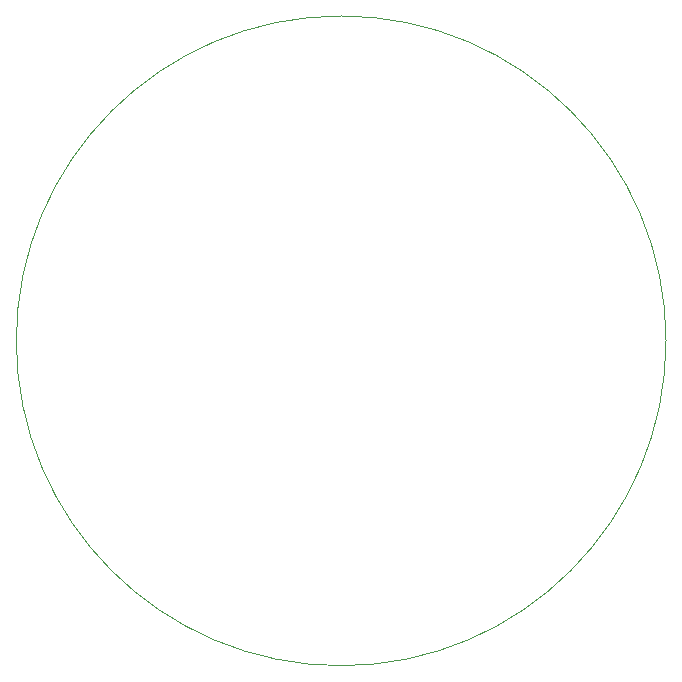
<source format=gko>
G04*
G04 #@! TF.GenerationSoftware,Altium Limited,Altium Designer,22.7.1 (60)*
G04*
G04 Layer_Color=16711935*
%FSLAX44Y44*%
%MOMM*%
G71*
G04*
G04 #@! TF.SameCoordinates,445EDDF3-7DE9-4779-8E76-6141CBC7C01E*
G04*
G04*
G04 #@! TF.FilePolarity,Positive*
G04*
G01*
G75*
%ADD93C,0.0100*%
D93*
X550050Y275000D02*
G03*
X275000Y550050I-275050J0D01*
G01*
Y-50D02*
G03*
X550050Y275000I0J275050D01*
G01*
X275000Y550050D02*
G03*
X-50Y275000I0J-275050D01*
G01*
D02*
G03*
X275000Y-50I275050J0D01*
G01*
M02*

</source>
